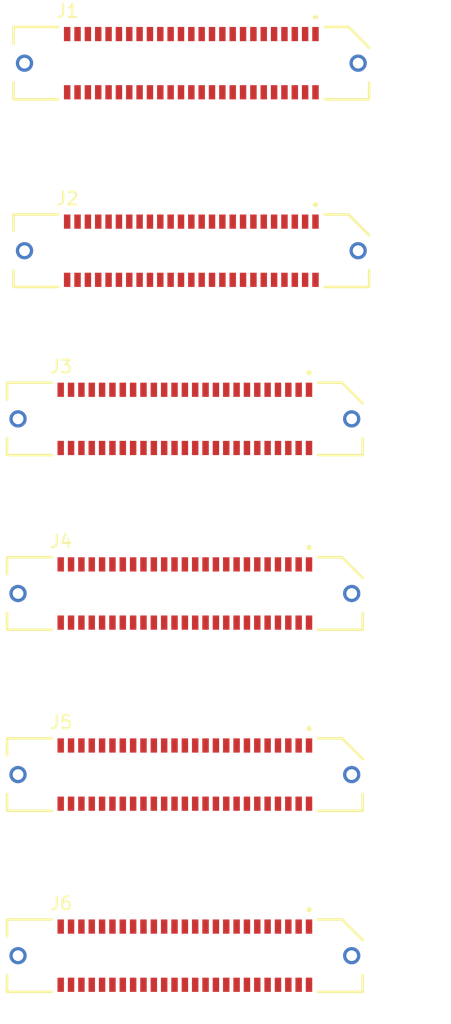
<source format=kicad_pcb>
(kicad_pcb (version 20241229) (generator "pcbnew") (generator_version "9.0")
  (layers (0 "F.Cu" signal) (2 "B.Cu" signal) (13 "F.Paste" user) (15 "B.Paste" user) (5 "F.SilkS" user "F.Silkscreen") (7 "B.SilkS" user "B.Silkscreen") (1 "F.Mask" user) (3 "B.Mask" user) (25 "Edge.Cuts" user))
  (net 0 "")
  (footprint "library:SAMTEC_ERF8-025-05.0-L-DV-L-K-TR" (layer "F.Cu") (at 150 133.5)
    (property "Reference" "J6" (at -9.575 -4.035 0) (layer "F.SilkS"))
    (property "Value" "ERF8-025-05.0-L-DV-L-K-TR")
    (fp_line (start -13.75 -2.8) (end -13.75 -1.5) (stroke (width 0.2)) (layer "F.SilkS"))
    (fp_line (start -13.75 -2.8) (end -10.3 -2.8) (stroke (width 0.2)) (layer "F.SilkS"))
    (fp_line (start -13.75 2.8) (end -13.75 1.5) (stroke (width 0.2)) (layer "F.SilkS"))
    (fp_line (start -13.75 2.8) (end -10.3 2.8) (stroke (width 0.2)) (layer "F.SilkS"))
    (fp_line (start 12.15 -2.8) (end 10.3 -2.8) (stroke (width 0.2)) (layer "F.SilkS"))
    (fp_line (start 13.75 -1.2) (end 12.15 -2.8) (stroke (width 0.2)) (layer "F.SilkS"))
    (fp_line (start 13.75 2.8) (end 10.3 2.8) (stroke (width 0.2)) (layer "F.SilkS"))
    (fp_line (start 13.75 2.8) (end 13.75 1.5) (stroke (width 0.2)) (layer "F.SilkS"))
    (fp_circle (center 9.6 -3.56) (end 9.7 -3.56) (stroke (width 0.2)) (fill no) (layer "F.SilkS"))
    (pad "" np_thru_hole circle (at -11.4 1.5) (size 1.45 1.45) (drill 1.45) (layers "*.Cu" "*.Mask"))
    (pad "" np_thru_hole circle (at 11.4 1.5) (size 1.45 1.45) (drill 1.45) (layers "*.Cu" "*.Mask"))
    (pad "01" smd rect (at 9.6 -2.25) (size 0.5 1.1) (layers "F.Cu" "F.Mask" "F.Paste"))
    (pad "02" smd rect (at 9.6 2.25) (size 0.5 1.1) (layers "F.Cu" "F.Mask" "F.Paste"))
    (pad "03" smd rect (at 8.8 -2.25) (size 0.5 1.1) (layers "F.Cu" "F.Mask" "F.Paste"))
    (pad "04" smd rect (at 8.8 2.25) (size 0.5 1.1) (layers "F.Cu" "F.Mask" "F.Paste"))
    (pad "05" smd rect (at 8 -2.25) (size 0.5 1.1) (layers "F.Cu" "F.Mask" "F.Paste"))
    (pad "06" smd rect (at 8 2.25) (size 0.5 1.1) (layers "F.Cu" "F.Mask" "F.Paste"))
    (pad "07" smd rect (at 7.2 -2.25) (size 0.5 1.1) (layers "F.Cu" "F.Mask" "F.Paste"))
    (pad "08" smd rect (at 7.2 2.25) (size 0.5 1.1) (layers "F.Cu" "F.Mask" "F.Paste"))
    (pad "09" smd rect (at 6.4 -2.25) (size 0.5 1.1) (layers "F.Cu" "F.Mask" "F.Paste"))
    (pad "10" smd rect (at 6.4 2.25) (size 0.5 1.1) (layers "F.Cu" "F.Mask" "F.Paste"))
    (pad "11" smd rect (at 5.6 -2.25) (size 0.5 1.1) (layers "F.Cu" "F.Mask" "F.Paste"))
    (pad "12" smd rect (at 5.6 2.25) (size 0.5 1.1) (layers "F.Cu" "F.Mask" "F.Paste"))
    (pad "13" smd rect (at 4.8 -2.25) (size 0.5 1.1) (layers "F.Cu" "F.Mask" "F.Paste"))
    (pad "14" smd rect (at 4.8 2.25) (size 0.5 1.1) (layers "F.Cu" "F.Mask" "F.Paste"))
    (pad "15" smd rect (at 4 -2.25) (size 0.5 1.1) (layers "F.Cu" "F.Mask" "F.Paste"))
    (pad "16" smd rect (at 4 2.25) (size 0.5 1.1) (layers "F.Cu" "F.Mask" "F.Paste"))
    (pad "17" smd rect (at 3.2 -2.25) (size 0.5 1.1) (layers "F.Cu" "F.Mask" "F.Paste"))
    (pad "18" smd rect (at 3.2 2.25) (size 0.5 1.1) (layers "F.Cu" "F.Mask" "F.Paste"))
    (pad "19" smd rect (at 2.4 -2.25) (size 0.5 1.1) (layers "F.Cu" "F.Mask" "F.Paste"))
    (pad "20" smd rect (at 2.4 2.25) (size 0.5 1.1) (layers "F.Cu" "F.Mask" "F.Paste"))
    (pad "21" smd rect (at 1.6 -2.25) (size 0.5 1.1) (layers "F.Cu" "F.Mask" "F.Paste"))
    (pad "22" smd rect (at 1.6 2.25) (size 0.5 1.1) (layers "F.Cu" "F.Mask" "F.Paste"))
    (pad "23" smd rect (at 0.8 -2.25) (size 0.5 1.1) (layers "F.Cu" "F.Mask" "F.Paste"))
    (pad "24" smd rect (at 0.8 2.25) (size 0.5 1.1) (layers "F.Cu" "F.Mask" "F.Paste"))
    (pad "25" smd rect (at 0 -2.25) (size 0.5 1.1) (layers "F.Cu" "F.Mask" "F.Paste"))
    (pad "26" smd rect (at 0 2.25) (size 0.5 1.1) (layers "F.Cu" "F.Mask" "F.Paste"))
    (pad "27" smd rect (at -0.8 -2.25) (size 0.5 1.1) (layers "F.Cu" "F.Mask" "F.Paste"))
    (pad "28" smd rect (at -0.8 2.25) (size 0.5 1.1) (layers "F.Cu" "F.Mask" "F.Paste"))
    (pad "29" smd rect (at -1.6 -2.25) (size 0.5 1.1) (layers "F.Cu" "F.Mask" "F.Paste"))
    (pad "30" smd rect (at -1.6 2.25) (size 0.5 1.1) (layers "F.Cu" "F.Mask" "F.Paste"))
    (pad "31" smd rect (at -2.4 -2.25) (size 0.5 1.1) (layers "F.Cu" "F.Mask" "F.Paste"))
    (pad "32" smd rect (at -2.4 2.25) (size 0.5 1.1) (layers "F.Cu" "F.Mask" "F.Paste"))
    (pad "33" smd rect (at -3.2 -2.25) (size 0.5 1.1) (layers "F.Cu" "F.Mask" "F.Paste"))
    (pad "34" smd rect (at -3.2 2.25) (size 0.5 1.1) (layers "F.Cu" "F.Mask" "F.Paste"))
    (pad "35" smd rect (at -4 -2.25) (size 0.5 1.1) (layers "F.Cu" "F.Mask" "F.Paste"))
    (pad "36" smd rect (at -4 2.25) (size 0.5 1.1) (layers "F.Cu" "F.Mask" "F.Paste"))
    (pad "37" smd rect (at -4.8 -2.25) (size 0.5 1.1) (layers "F.Cu" "F.Mask" "F.Paste"))
    (pad "38" smd rect (at -4.8 2.25) (size 0.5 1.1) (layers "F.Cu" "F.Mask" "F.Paste"))
    (pad "39" smd rect (at -5.6 -2.25) (size 0.5 1.1) (layers "F.Cu" "F.Mask" "F.Paste"))
    (pad "40" smd rect (at -5.6 2.25) (size 0.5 1.1) (layers "F.Cu" "F.Mask" "F.Paste"))
    (pad "41" smd rect (at -6.4 -2.25) (size 0.5 1.1) (layers "F.Cu" "F.Mask" "F.Paste"))
    (pad "42" smd rect (at -6.4 2.25) (size 0.5 1.1) (layers "F.Cu" "F.Mask" "F.Paste"))
    (pad "43" smd rect (at -7.2 -2.25) (size 0.5 1.1) (layers "F.Cu" "F.Mask" "F.Paste"))
    (pad "44" smd rect (at -7.2 2.25) (size 0.5 1.1) (layers "F.Cu" "F.Mask" "F.Paste"))
    (pad "45" smd rect (at -8 -2.25) (size 0.5 1.1) (layers "F.Cu" "F.Mask" "F.Paste"))
    (pad "46" smd rect (at -8 2.25) (size 0.5 1.1) (layers "F.Cu" "F.Mask" "F.Paste"))
    (pad "47" smd rect (at -8.8 -2.25) (size 0.5 1.1) (layers "F.Cu" "F.Mask" "F.Paste"))
    (pad "48" smd rect (at -8.8 2.25) (size 0.5 1.1) (layers "F.Cu" "F.Mask" "F.Paste"))
    (pad "49" smd rect (at -9.6 -2.25) (size 0.5 1.1) (layers "F.Cu" "F.Mask" "F.Paste"))
    (pad "50" smd rect (at -9.6 2.25) (size 0.5 1.1) (layers "F.Cu" "F.Mask" "F.Paste"))
    (pad "S1" thru_hole circle (at -12.9 0) (size 1.338 1.338) (drill 0.83) (layers "*.Cu" "*.Mask"))
    (pad "S2" thru_hole circle (at 12.9 0) (size 1.338 1.338) (drill 0.83) (layers "*.Cu" "*.Mask"))
  )
  (footprint "library:SAMTEC_ERF8-025-05.0-L-DV-L-K-TR" (layer "F.Cu") (at 150.5 79)
    (property "Reference" "J2" (at -9.575 -4.035 0) (layer "F.SilkS"))
    (property "Value" "ERF8-025-05.0-L-DV-L-K-TR")
    (fp_line (start -13.75 -2.8) (end -13.75 -1.5) (stroke (width 0.2)) (layer "F.SilkS"))
    (fp_line (start -13.75 -2.8) (end -10.3 -2.8) (stroke (width 0.2)) (layer "F.SilkS"))
    (fp_line (start -13.75 2.8) (end -13.75 1.5) (stroke (width 0.2)) (layer "F.SilkS"))
    (fp_line (start -13.75 2.8) (end -10.3 2.8) (stroke (width 0.2)) (layer "F.SilkS"))
    (fp_line (start 12.15 -2.8) (end 10.3 -2.8) (stroke (width 0.2)) (layer "F.SilkS"))
    (fp_line (start 13.75 -1.2) (end 12.15 -2.8) (stroke (width 0.2)) (layer "F.SilkS"))
    (fp_line (start 13.75 2.8) (end 10.3 2.8) (stroke (width 0.2)) (layer "F.SilkS"))
    (fp_line (start 13.75 2.8) (end 13.75 1.5) (stroke (width 0.2)) (layer "F.SilkS"))
    (fp_circle (center 9.6 -3.56) (end 9.7 -3.56) (stroke (width 0.2)) (fill no) (layer "F.SilkS"))
    (pad "" np_thru_hole circle (at -11.4 1.5) (size 1.45 1.45) (drill 1.45) (layers "*.Cu" "*.Mask"))
    (pad "" np_thru_hole circle (at 11.4 1.5) (size 1.45 1.45) (drill 1.45) (layers "*.Cu" "*.Mask"))
    (pad "01" smd rect (at 9.6 -2.25) (size 0.5 1.1) (layers "F.Cu" "F.Mask" "F.Paste"))
    (pad "02" smd rect (at 9.6 2.25) (size 0.5 1.1) (layers "F.Cu" "F.Mask" "F.Paste"))
    (pad "03" smd rect (at 8.8 -2.25) (size 0.5 1.1) (layers "F.Cu" "F.Mask" "F.Paste"))
    (pad "04" smd rect (at 8.8 2.25) (size 0.5 1.1) (layers "F.Cu" "F.Mask" "F.Paste"))
    (pad "05" smd rect (at 8 -2.25) (size 0.5 1.1) (layers "F.Cu" "F.Mask" "F.Paste"))
    (pad "06" smd rect (at 8 2.25) (size 0.5 1.1) (layers "F.Cu" "F.Mask" "F.Paste"))
    (pad "07" smd rect (at 7.2 -2.25) (size 0.5 1.1) (layers "F.Cu" "F.Mask" "F.Paste"))
    (pad "08" smd rect (at 7.2 2.25) (size 0.5 1.1) (layers "F.Cu" "F.Mask" "F.Paste"))
    (pad "09" smd rect (at 6.4 -2.25) (size 0.5 1.1) (layers "F.Cu" "F.Mask" "F.Paste"))
    (pad "10" smd rect (at 6.4 2.25) (size 0.5 1.1) (layers "F.Cu" "F.Mask" "F.Paste"))
    (pad "11" smd rect (at 5.6 -2.25) (size 0.5 1.1) (layers "F.Cu" "F.Mask" "F.Paste"))
    (pad "12" smd rect (at 5.6 2.25) (size 0.5 1.1) (layers "F.Cu" "F.Mask" "F.Paste"))
    (pad "13" smd rect (at 4.8 -2.25) (size 0.5 1.1) (layers "F.Cu" "F.Mask" "F.Paste"))
    (pad "14" smd rect (at 4.8 2.25) (size 0.5 1.1) (layers "F.Cu" "F.Mask" "F.Paste"))
    (pad "15" smd rect (at 4 -2.25) (size 0.5 1.1) (layers "F.Cu" "F.Mask" "F.Paste"))
    (pad "16" smd rect (at 4 2.25) (size 0.5 1.1) (layers "F.Cu" "F.Mask" "F.Paste"))
    (pad "17" smd rect (at 3.2 -2.25) (size 0.5 1.1) (layers "F.Cu" "F.Mask" "F.Paste"))
    (pad "18" smd rect (at 3.2 2.25) (size 0.5 1.1) (layers "F.Cu" "F.Mask" "F.Paste"))
    (pad "19" smd rect (at 2.4 -2.25) (size 0.5 1.1) (layers "F.Cu" "F.Mask" "F.Paste"))
    (pad "20" smd rect (at 2.4 2.25) (size 0.5 1.1) (layers "F.Cu" "F.Mask" "F.Paste"))
    (pad "21" smd rect (at 1.6 -2.25) (size 0.5 1.1) (layers "F.Cu" "F.Mask" "F.Paste"))
    (pad "22" smd rect (at 1.6 2.25) (size 0.5 1.1) (layers "F.Cu" "F.Mask" "F.Paste"))
    (pad "23" smd rect (at 0.8 -2.25) (size 0.5 1.1) (layers "F.Cu" "F.Mask" "F.Paste"))
    (pad "24" smd rect (at 0.8 2.25) (size 0.5 1.1) (layers "F.Cu" "F.Mask" "F.Paste"))
    (pad "25" smd rect (at 0 -2.25) (size 0.5 1.1) (layers "F.Cu" "F.Mask" "F.Paste"))
    (pad "26" smd rect (at 0 2.25) (size 0.5 1.1) (layers "F.Cu" "F.Mask" "F.Paste"))
    (pad "27" smd rect (at -0.8 -2.25) (size 0.5 1.1) (layers "F.Cu" "F.Mask" "F.Paste"))
    (pad "28" smd rect (at -0.8 2.25) (size 0.5 1.1) (layers "F.Cu" "F.Mask" "F.Paste"))
    (pad "29" smd rect (at -1.6 -2.25) (size 0.5 1.1) (layers "F.Cu" "F.Mask" "F.Paste"))
    (pad "30" smd rect (at -1.6 2.25) (size 0.5 1.1) (layers "F.Cu" "F.Mask" "F.Paste"))
    (pad "31" smd rect (at -2.4 -2.25) (size 0.5 1.1) (layers "F.Cu" "F.Mask" "F.Paste"))
    (pad "32" smd rect (at -2.4 2.25) (size 0.5 1.1) (layers "F.Cu" "F.Mask" "F.Paste"))
    (pad "33" smd rect (at -3.2 -2.25) (size 0.5 1.1) (layers "F.Cu" "F.Mask" "F.Paste"))
    (pad "34" smd rect (at -3.2 2.25) (size 0.5 1.1) (layers "F.Cu" "F.Mask" "F.Paste"))
    (pad "35" smd rect (at -4 -2.25) (size 0.5 1.1) (layers "F.Cu" "F.Mask" "F.Paste"))
    (pad "36" smd rect (at -4 2.25) (size 0.5 1.1) (layers "F.Cu" "F.Mask" "F.Paste"))
    (pad "37" smd rect (at -4.8 -2.25) (size 0.5 1.1) (layers "F.Cu" "F.Mask" "F.Paste"))
    (pad "38" smd rect (at -4.8 2.25) (size 0.5 1.1) (layers "F.Cu" "F.Mask" "F.Paste"))
    (pad "39" smd rect (at -5.6 -2.25) (size 0.5 1.1) (layers "F.Cu" "F.Mask" "F.Paste"))
    (pad "40" smd rect (at -5.6 2.25) (size 0.5 1.1) (layers "F.Cu" "F.Mask" "F.Paste"))
    (pad "41" smd rect (at -6.4 -2.25) (size 0.5 1.1) (layers "F.Cu" "F.Mask" "F.Paste"))
    (pad "42" smd rect (at -6.4 2.25) (size 0.5 1.1) (layers "F.Cu" "F.Mask" "F.Paste"))
    (pad "43" smd rect (at -7.2 -2.25) (size 0.5 1.1) (layers "F.Cu" "F.Mask" "F.Paste"))
    (pad "44" smd rect (at -7.2 2.25) (size 0.5 1.1) (layers "F.Cu" "F.Mask" "F.Paste"))
    (pad "45" smd rect (at -8 -2.25) (size 0.5 1.1) (layers "F.Cu" "F.Mask" "F.Paste"))
    (pad "46" smd rect (at -8 2.25) (size 0.5 1.1) (layers "F.Cu" "F.Mask" "F.Paste"))
    (pad "47" smd rect (at -8.8 -2.25) (size 0.5 1.1) (layers "F.Cu" "F.Mask" "F.Paste"))
    (pad "48" smd rect (at -8.8 2.25) (size 0.5 1.1) (layers "F.Cu" "F.Mask" "F.Paste"))
    (pad "49" smd rect (at -9.6 -2.25) (size 0.5 1.1) (layers "F.Cu" "F.Mask" "F.Paste"))
    (pad "50" smd rect (at -9.6 2.25) (size 0.5 1.1) (layers "F.Cu" "F.Mask" "F.Paste"))
    (pad "S1" thru_hole circle (at -12.9 0) (size 1.338 1.338) (drill 0.83) (layers "*.Cu" "*.Mask"))
    (pad "S2" thru_hole circle (at 12.9 0) (size 1.338 1.338) (drill 0.83) (layers "*.Cu" "*.Mask"))
  )
  (footprint "library:SAMTEC_ERF8-025-05.0-L-DV-L-K-TR" (layer "F.Cu") (at 150 105.5)
    (property "Reference" "J4" (at -9.575 -4.035 0) (layer "F.SilkS"))
    (property "Value" "ERF8-025-05.0-L-DV-L-K-TR")
    (fp_line (start -13.75 -2.8) (end -13.75 -1.5) (stroke (width 0.2)) (layer "F.SilkS"))
    (fp_line (start -13.75 -2.8) (end -10.3 -2.8) (stroke (width 0.2)) (layer "F.SilkS"))
    (fp_line (start -13.75 2.8) (end -13.75 1.5) (stroke (width 0.2)) (layer "F.SilkS"))
    (fp_line (start -13.75 2.8) (end -10.3 2.8) (stroke (width 0.2)) (layer "F.SilkS"))
    (fp_line (start 12.15 -2.8) (end 10.3 -2.8) (stroke (width 0.2)) (layer "F.SilkS"))
    (fp_line (start 13.75 -1.2) (end 12.15 -2.8) (stroke (width 0.2)) (layer "F.SilkS"))
    (fp_line (start 13.75 2.8) (end 10.3 2.8) (stroke (width 0.2)) (layer "F.SilkS"))
    (fp_line (start 13.75 2.8) (end 13.75 1.5) (stroke (width 0.2)) (layer "F.SilkS"))
    (fp_circle (center 9.6 -3.56) (end 9.7 -3.56) (stroke (width 0.2)) (fill no) (layer "F.SilkS"))
    (pad "" np_thru_hole circle (at -11.4 1.5) (size 1.45 1.45) (drill 1.45) (layers "*.Cu" "*.Mask"))
    (pad "" np_thru_hole circle (at 11.4 1.5) (size 1.45 1.45) (drill 1.45) (layers "*.Cu" "*.Mask"))
    (pad "01" smd rect (at 9.6 -2.25) (size 0.5 1.1) (layers "F.Cu" "F.Mask" "F.Paste"))
    (pad "02" smd rect (at 9.6 2.25) (size 0.5 1.1) (layers "F.Cu" "F.Mask" "F.Paste"))
    (pad "03" smd rect (at 8.8 -2.25) (size 0.5 1.1) (layers "F.Cu" "F.Mask" "F.Paste"))
    (pad "04" smd rect (at 8.8 2.25) (size 0.5 1.1) (layers "F.Cu" "F.Mask" "F.Paste"))
    (pad "05" smd rect (at 8 -2.25) (size 0.5 1.1) (layers "F.Cu" "F.Mask" "F.Paste"))
    (pad "06" smd rect (at 8 2.25) (size 0.5 1.1) (layers "F.Cu" "F.Mask" "F.Paste"))
    (pad "07" smd rect (at 7.2 -2.25) (size 0.5 1.1) (layers "F.Cu" "F.Mask" "F.Paste"))
    (pad "08" smd rect (at 7.2 2.25) (size 0.5 1.1) (layers "F.Cu" "F.Mask" "F.Paste"))
    (pad "09" smd rect (at 6.4 -2.25) (size 0.5 1.1) (layers "F.Cu" "F.Mask" "F.Paste"))
    (pad "10" smd rect (at 6.4 2.25) (size 0.5 1.1) (layers "F.Cu" "F.Mask" "F.Paste"))
    (pad "11" smd rect (at 5.6 -2.25) (size 0.5 1.1) (layers "F.Cu" "F.Mask" "F.Paste"))
    (pad "12" smd rect (at 5.6 2.25) (size 0.5 1.1) (layers "F.Cu" "F.Mask" "F.Paste"))
    (pad "13" smd rect (at 4.8 -2.25) (size 0.5 1.1) (layers "F.Cu" "F.Mask" "F.Paste"))
    (pad "14" smd rect (at 4.8 2.25) (size 0.5 1.1) (layers "F.Cu" "F.Mask" "F.Paste"))
    (pad "15" smd rect (at 4 -2.25) (size 0.5 1.1) (layers "F.Cu" "F.Mask" "F.Paste"))
    (pad "16" smd rect (at 4 2.25) (size 0.5 1.1) (layers "F.Cu" "F.Mask" "F.Paste"))
    (pad "17" smd rect (at 3.2 -2.25) (size 0.5 1.1) (layers "F.Cu" "F.Mask" "F.Paste"))
    (pad "18" smd rect (at 3.2 2.25) (size 0.5 1.1) (layers "F.Cu" "F.Mask" "F.Paste"))
    (pad "19" smd rect (at 2.4 -2.25) (size 0.5 1.1) (layers "F.Cu" "F.Mask" "F.Paste"))
    (pad "20" smd rect (at 2.4 2.25) (size 0.5 1.1) (layers "F.Cu" "F.Mask" "F.Paste"))
    (pad "21" smd rect (at 1.6 -2.25) (size 0.5 1.1) (layers "F.Cu" "F.Mask" "F.Paste"))
    (pad "22" smd rect (at 1.6 2.25) (size 0.5 1.1) (layers "F.Cu" "F.Mask" "F.Paste"))
    (pad "23" smd rect (at 0.8 -2.25) (size 0.5 1.1) (layers "F.Cu" "F.Mask" "F.Paste"))
    (pad "24" smd rect (at 0.8 2.25) (size 0.5 1.1) (layers "F.Cu" "F.Mask" "F.Paste"))
    (pad "25" smd rect (at 0 -2.25) (size 0.5 1.1) (layers "F.Cu" "F.Mask" "F.Paste"))
    (pad "26" smd rect (at 0 2.25) (size 0.5 1.1) (layers "F.Cu" "F.Mask" "F.Paste"))
    (pad "27" smd rect (at -0.8 -2.25) (size 0.5 1.1) (layers "F.Cu" "F.Mask" "F.Paste"))
    (pad "28" smd rect (at -0.8 2.25) (size 0.5 1.1) (layers "F.Cu" "F.Mask" "F.Paste"))
    (pad "29" smd rect (at -1.6 -2.25) (size 0.5 1.1) (layers "F.Cu" "F.Mask" "F.Paste"))
    (pad "30" smd rect (at -1.6 2.25) (size 0.5 1.1) (layers "F.Cu" "F.Mask" "F.Paste"))
    (pad "31" smd rect (at -2.4 -2.25) (size 0.5 1.1) (layers "F.Cu" "F.Mask" "F.Paste"))
    (pad "32" smd rect (at -2.4 2.25) (size 0.5 1.1) (layers "F.Cu" "F.Mask" "F.Paste"))
    (pad "33" smd rect (at -3.2 -2.25) (size 0.5 1.1) (layers "F.Cu" "F.Mask" "F.Paste"))
    (pad "34" smd rect (at -3.2 2.25) (size 0.5 1.1) (layers "F.Cu" "F.Mask" "F.Paste"))
    (pad "35" smd rect (at -4 -2.25) (size 0.5 1.1) (layers "F.Cu" "F.Mask" "F.Paste"))
    (pad "36" smd rect (at -4 2.25) (size 0.5 1.1) (layers "F.Cu" "F.Mask" "F.Paste"))
    (pad "37" smd rect (at -4.8 -2.25) (size 0.5 1.1) (layers "F.Cu" "F.Mask" "F.Paste"))
    (pad "38" smd rect (at -4.8 2.25) (size 0.5 1.1) (layers "F.Cu" "F.Mask" "F.Paste"))
    (pad "39" smd rect (at -5.6 -2.25) (size 0.5 1.1) (layers "F.Cu" "F.Mask" "F.Paste"))
    (pad "40" smd rect (at -5.6 2.25) (size 0.5 1.1) (layers "F.Cu" "F.Mask" "F.Paste"))
    (pad "41" smd rect (at -6.4 -2.25) (size 0.5 1.1) (layers "F.Cu" "F.Mask" "F.Paste"))
    (pad "42" smd rect (at -6.4 2.25) (size 0.5 1.1) (layers "F.Cu" "F.Mask" "F.Paste"))
    (pad "43" smd rect (at -7.2 -2.25) (size 0.5 1.1) (layers "F.Cu" "F.Mask" "F.Paste"))
    (pad "44" smd rect (at -7.2 2.25) (size 0.5 1.1) (layers "F.Cu" "F.Mask" "F.Paste"))
    (pad "45" smd rect (at -8 -2.25) (size 0.5 1.1) (layers "F.Cu" "F.Mask" "F.Paste"))
    (pad "46" smd rect (at -8 2.25) (size 0.5 1.1) (layers "F.Cu" "F.Mask" "F.Paste"))
    (pad "47" smd rect (at -8.8 -2.25) (size 0.5 1.1) (layers "F.Cu" "F.Mask" "F.Paste"))
    (pad "48" smd rect (at -8.8 2.25) (size 0.5 1.1) (layers "F.Cu" "F.Mask" "F.Paste"))
    (pad "49" smd rect (at -9.6 -2.25) (size 0.5 1.1) (layers "F.Cu" "F.Mask" "F.Paste"))
    (pad "50" smd rect (at -9.6 2.25) (size 0.5 1.1) (layers "F.Cu" "F.Mask" "F.Paste"))
    (pad "S1" thru_hole circle (at -12.9 0) (size 1.338 1.338) (drill 0.83) (layers "*.Cu" "*.Mask"))
    (pad "S2" thru_hole circle (at 12.9 0) (size 1.338 1.338) (drill 0.83) (layers "*.Cu" "*.Mask"))
  )
  (footprint "library:SAMTEC_ERF8-025-05.0-L-DV-L-K-TR" (layer "F.Cu") (at 150.5 64.5)
    (property "Reference" "J1" (at -9.575 -4.035 0) (layer "F.SilkS"))
    (property "Value" "ERF8-025-05.0-L-DV-L-K-TR")
    (fp_line (start -13.75 -2.8) (end -13.75 -1.5) (stroke (width 0.2)) (layer "F.SilkS"))
    (fp_line (start -13.75 -2.8) (end -10.3 -2.8) (stroke (width 0.2)) (layer "F.SilkS"))
    (fp_line (start -13.75 2.8) (end -13.75 1.5) (stroke (width 0.2)) (layer "F.SilkS"))
    (fp_line (start -13.75 2.8) (end -10.3 2.8) (stroke (width 0.2)) (layer "F.SilkS"))
    (fp_line (start 12.15 -2.8) (end 10.3 -2.8) (stroke (width 0.2)) (layer "F.SilkS"))
    (fp_line (start 13.75 -1.2) (end 12.15 -2.8) (stroke (width 0.2)) (layer "F.SilkS"))
    (fp_line (start 13.75 2.8) (end 10.3 2.8) (stroke (width 0.2)) (layer "F.SilkS"))
    (fp_line (start 13.75 2.8) (end 13.75 1.5) (stroke (width 0.2)) (layer "F.SilkS"))
    (fp_circle (center 9.6 -3.56) (end 9.7 -3.56) (stroke (width 0.2)) (fill no) (layer "F.SilkS"))
    (pad "" np_thru_hole circle (at -11.4 1.5) (size 1.45 1.45) (drill 1.45) (layers "*.Cu" "*.Mask"))
    (pad "" np_thru_hole circle (at 11.4 1.5) (size 1.45 1.45) (drill 1.45) (layers "*.Cu" "*.Mask"))
    (pad "01" smd rect (at 9.6 -2.25) (size 0.5 1.1) (layers "F.Cu" "F.Mask" "F.Paste"))
    (pad "02" smd rect (at 9.6 2.25) (size 0.5 1.1) (layers "F.Cu" "F.Mask" "F.Paste"))
    (pad "03" smd rect (at 8.8 -2.25) (size 0.5 1.1) (layers "F.Cu" "F.Mask" "F.Paste"))
    (pad "04" smd rect (at 8.8 2.25) (size 0.5 1.1) (layers "F.Cu" "F.Mask" "F.Paste"))
    (pad "05" smd rect (at 8 -2.25) (size 0.5 1.1) (layers "F.Cu" "F.Mask" "F.Paste"))
    (pad "06" smd rect (at 8 2.25) (size 0.5 1.1) (layers "F.Cu" "F.Mask" "F.Paste"))
    (pad "07" smd rect (at 7.2 -2.25) (size 0.5 1.1) (layers "F.Cu" "F.Mask" "F.Paste"))
    (pad "08" smd rect (at 7.2 2.25) (size 0.5 1.1) (layers "F.Cu" "F.Mask" "F.Paste"))
    (pad "09" smd rect (at 6.4 -2.25) (size 0.5 1.1) (layers "F.Cu" "F.Mask" "F.Paste"))
    (pad "10" smd rect (at 6.4 2.25) (size 0.5 1.1) (layers "F.Cu" "F.Mask" "F.Paste"))
    (pad "11" smd rect (at 5.6 -2.25) (size 0.5 1.1) (layers "F.Cu" "F.Mask" "F.Paste"))
    (pad "12" smd rect (at 5.6 2.25) (size 0.5 1.1) (layers "F.Cu" "F.Mask" "F.Paste"))
    (pad "13" smd rect (at 4.8 -2.25) (size 0.5 1.1) (layers "F.Cu" "F.Mask" "F.Paste"))
    (pad "14" smd rect (at 4.8 2.25) (size 0.5 1.1) (layers "F.Cu" "F.Mask" "F.Paste"))
    (pad "15" smd rect (at 4 -2.25) (size 0.5 1.1) (layers "F.Cu" "F.Mask" "F.Paste"))
    (pad "16" smd rect (at 4 2.25) (size 0.5 1.1) (layers "F.Cu" "F.Mask" "F.Paste"))
    (pad "17" smd rect (at 3.2 -2.25) (size 0.5 1.1) (layers "F.Cu" "F.Mask" "F.Paste"))
    (pad "18" smd rect (at 3.2 2.25) (size 0.5 1.1) (layers "F.Cu" "F.Mask" "F.Paste"))
    (pad "19" smd rect (at 2.4 -2.25) (size 0.5 1.1) (layers "F.Cu" "F.Mask" "F.Paste"))
    (pad "20" smd rect (at 2.4 2.25) (size 0.5 1.1) (layers "F.Cu" "F.Mask" "F.Paste"))
    (pad "21" smd rect (at 1.6 -2.25) (size 0.5 1.1) (layers "F.Cu" "F.Mask" "F.Paste"))
    (pad "22" smd rect (at 1.6 2.25) (size 0.5 1.1) (layers "F.Cu" "F.Mask" "F.Paste"))
    (pad "23" smd rect (at 0.8 -2.25) (size 0.5 1.1) (layers "F.Cu" "F.Mask" "F.Paste"))
    (pad "24" smd rect (at 0.8 2.25) (size 0.5 1.1) (layers "F.Cu" "F.Mask" "F.Paste"))
    (pad "25" smd rect (at 0 -2.25) (size 0.5 1.1) (layers "F.Cu" "F.Mask" "F.Paste"))
    (pad "26" smd rect (at 0 2.25) (size 0.5 1.1) (layers "F.Cu" "F.Mask" "F.Paste"))
    (pad "27" smd rect (at -0.8 -2.25) (size 0.5 1.1) (layers "F.Cu" "F.Mask" "F.Paste"))
    (pad "28" smd rect (at -0.8 2.25) (size 0.5 1.1) (layers "F.Cu" "F.Mask" "F.Paste"))
    (pad "29" smd rect (at -1.6 -2.25) (size 0.5 1.1) (layers "F.Cu" "F.Mask" "F.Paste"))
    (pad "30" smd rect (at -1.6 2.25) (size 0.5 1.1) (layers "F.Cu" "F.Mask" "F.Paste"))
    (pad "31" smd rect (at -2.4 -2.25) (size 0.5 1.1) (layers "F.Cu" "F.Mask" "F.Paste"))
    (pad "32" smd rect (at -2.4 2.25) (size 0.5 1.1) (layers "F.Cu" "F.Mask" "F.Paste"))
    (pad "33" smd rect (at -3.2 -2.25) (size 0.5 1.1) (layers "F.Cu" "F.Mask" "F.Paste"))
    (pad "34" smd rect (at -3.2 2.25) (size 0.5 1.1) (layers "F.Cu" "F.Mask" "F.Paste"))
    (pad "35" smd rect (at -4 -2.25) (size 0.5 1.1) (layers "F.Cu" "F.Mask" "F.Paste"))
    (pad "36" smd rect (at -4 2.25) (size 0.5 1.1) (layers "F.Cu" "F.Mask" "F.Paste"))
    (pad "37" smd rect (at -4.8 -2.25) (size 0.5 1.1) (layers "F.Cu" "F.Mask" "F.Paste"))
    (pad "38" smd rect (at -4.8 2.25) (size 0.5 1.1) (layers "F.Cu" "F.Mask" "F.Paste"))
    (pad "39" smd rect (at -5.6 -2.25) (size 0.5 1.1) (layers "F.Cu" "F.Mask" "F.Paste"))
    (pad "40" smd rect (at -5.6 2.25) (size 0.5 1.1) (layers "F.Cu" "F.Mask" "F.Paste"))
    (pad "41" smd rect (at -6.4 -2.25) (size 0.5 1.1) (layers "F.Cu" "F.Mask" "F.Paste"))
    (pad "42" smd rect (at -6.4 2.25) (size 0.5 1.1) (layers "F.Cu" "F.Mask" "F.Paste"))
    (pad "43" smd rect (at -7.2 -2.25) (size 0.5 1.1) (layers "F.Cu" "F.Mask" "F.Paste"))
    (pad "44" smd rect (at -7.2 2.25) (size 0.5 1.1) (layers "F.Cu" "F.Mask" "F.Paste"))
    (pad "45" smd rect (at -8 -2.25) (size 0.5 1.1) (layers "F.Cu" "F.Mask" "F.Paste"))
    (pad "46" smd rect (at -8 2.25) (size 0.5 1.1) (layers "F.Cu" "F.Mask" "F.Paste"))
    (pad "47" smd rect (at -8.8 -2.25) (size 0.5 1.1) (layers "F.Cu" "F.Mask" "F.Paste"))
    (pad "48" smd rect (at -8.8 2.25) (size 0.5 1.1) (layers "F.Cu" "F.Mask" "F.Paste"))
    (pad "49" smd rect (at -9.6 -2.25) (size 0.5 1.1) (layers "F.Cu" "F.Mask" "F.Paste"))
    (pad "50" smd rect (at -9.6 2.25) (size 0.5 1.1) (layers "F.Cu" "F.Mask" "F.Paste"))
    (pad "S1" thru_hole circle (at -12.9 0) (size 1.338 1.338) (drill 0.83) (layers "*.Cu" "*.Mask"))
    (pad "S2" thru_hole circle (at 12.9 0) (size 1.338 1.338) (drill 0.83) (layers "*.Cu" "*.Mask"))
  )
  (footprint "library:SAMTEC_ERF8-025-05.0-L-DV-L-K-TR" (layer "F.Cu") (at 150 119.5)
    (property "Reference" "J5" (at -9.575 -4.035 0) (layer "F.SilkS"))
    (property "Value" "ERF8-025-05.0-L-DV-L-K-TR")
    (fp_line (start -13.75 -2.8) (end -13.75 -1.5) (stroke (width 0.2)) (layer "F.SilkS"))
    (fp_line (start -13.75 -2.8) (end -10.3 -2.8) (stroke (width 0.2)) (layer "F.SilkS"))
    (fp_line (start -13.75 2.8) (end -13.75 1.5) (stroke (width 0.2)) (layer "F.SilkS"))
    (fp_line (start -13.75 2.8) (end -10.3 2.8) (stroke (width 0.2)) (layer "F.SilkS"))
    (fp_line (start 12.15 -2.8) (end 10.3 -2.8) (stroke (width 0.2)) (layer "F.SilkS"))
    (fp_line (start 13.75 -1.2) (end 12.15 -2.8) (stroke (width 0.2)) (layer "F.SilkS"))
    (fp_line (start 13.75 2.8) (end 10.3 2.8) (stroke (width 0.2)) (layer "F.SilkS"))
    (fp_line (start 13.75 2.8) (end 13.75 1.5) (stroke (width 0.2)) (layer "F.SilkS"))
    (fp_circle (center 9.6 -3.56) (end 9.7 -3.56) (stroke (width 0.2)) (fill no) (layer "F.SilkS"))
    (pad "" np_thru_hole circle (at -11.4 1.5) (size 1.45 1.45) (drill 1.45) (layers "*.Cu" "*.Mask"))
    (pad "" np_thru_hole circle (at 11.4 1.5) (size 1.45 1.45) (drill 1.45) (layers "*.Cu" "*.Mask"))
    (pad "01" smd rect (at 9.6 -2.25) (size 0.5 1.1) (layers "F.Cu" "F.Mask" "F.Paste"))
    (pad "02" smd rect (at 9.6 2.25) (size 0.5 1.1) (layers "F.Cu" "F.Mask" "F.Paste"))
    (pad "03" smd rect (at 8.8 -2.25) (size 0.5 1.1) (layers "F.Cu" "F.Mask" "F.Paste"))
    (pad "04" smd rect (at 8.8 2.25) (size 0.5 1.1) (layers "F.Cu" "F.Mask" "F.Paste"))
    (pad "05" smd rect (at 8 -2.25) (size 0.5 1.1) (layers "F.Cu" "F.Mask" "F.Paste"))
    (pad "06" smd rect (at 8 2.25) (size 0.5 1.1) (layers "F.Cu" "F.Mask" "F.Paste"))
    (pad "07" smd rect (at 7.2 -2.25) (size 0.5 1.1) (layers "F.Cu" "F.Mask" "F.Paste"))
    (pad "08" smd rect (at 7.2 2.25) (size 0.5 1.1) (layers "F.Cu" "F.Mask" "F.Paste"))
    (pad "09" smd rect (at 6.4 -2.25) (size 0.5 1.1) (layers "F.Cu" "F.Mask" "F.Paste"))
    (pad "10" smd rect (at 6.4 2.25) (size 0.5 1.1) (layers "F.Cu" "F.Mask" "F.Paste"))
    (pad "11" smd rect (at 5.6 -2.25) (size 0.5 1.1) (layers "F.Cu" "F.Mask" "F.Paste"))
    (pad "12" smd rect (at 5.6 2.25) (size 0.5 1.1) (layers "F.Cu" "F.Mask" "F.Paste"))
    (pad "13" smd rect (at 4.8 -2.25) (size 0.5 1.1) (layers "F.Cu" "F.Mask" "F.Paste"))
    (pad "14" smd rect (at 4.8 2.25) (size 0.5 1.1) (layers "F.Cu" "F.Mask" "F.Paste"))
    (pad "15" smd rect (at 4 -2.25) (size 0.5 1.1) (layers "F.Cu" "F.Mask" "F.Paste"))
    (pad "16" smd rect (at 4 2.25) (size 0.5 1.1) (layers "F.Cu" "F.Mask" "F.Paste"))
    (pad "17" smd rect (at 3.2 -2.25) (size 0.5 1.1) (layers "F.Cu" "F.Mask" "F.Paste"))
    (pad "18" smd rect (at 3.2 2.25) (size 0.5 1.1) (layers "F.Cu" "F.Mask" "F.Paste"))
    (pad "19" smd rect (at 2.4 -2.25) (size 0.5 1.1) (layers "F.Cu" "F.Mask" "F.Paste"))
    (pad "20" smd rect (at 2.4 2.25) (size 0.5 1.1) (layers "F.Cu" "F.Mask" "F.Paste"))
    (pad "21" smd rect (at 1.6 -2.25) (size 0.5 1.1) (layers "F.Cu" "F.Mask" "F.Paste"))
    (pad "22" smd rect (at 1.6 2.25) (size 0.5 1.1) (layers "F.Cu" "F.Mask" "F.Paste"))
    (pad "23" smd rect (at 0.8 -2.25) (size 0.5 1.1) (layers "F.Cu" "F.Mask" "F.Paste"))
    (pad "24" smd rect (at 0.8 2.25) (size 0.5 1.1) (layers "F.Cu" "F.Mask" "F.Paste"))
    (pad "25" smd rect (at 0 -2.25) (size 0.5 1.1) (layers "F.Cu" "F.Mask" "F.Paste"))
    (pad "26" smd rect (at 0 2.25) (size 0.5 1.1) (layers "F.Cu" "F.Mask" "F.Paste"))
    (pad "27" smd rect (at -0.8 -2.25) (size 0.5 1.1) (layers "F.Cu" "F.Mask" "F.Paste"))
    (pad "28" smd rect (at -0.8 2.25) (size 0.5 1.1) (layers "F.Cu" "F.Mask" "F.Paste"))
    (pad "29" smd rect (at -1.6 -2.25) (size 0.5 1.1) (layers "F.Cu" "F.Mask" "F.Paste"))
    (pad "30" smd rect (at -1.6 2.25) (size 0.5 1.1) (layers "F.Cu" "F.Mask" "F.Paste"))
    (pad "31" smd rect (at -2.4 -2.25) (size 0.5 1.1) (layers "F.Cu" "F.Mask" "F.Paste"))
    (pad "32" smd rect (at -2.4 2.25) (size 0.5 1.1) (layers "F.Cu" "F.Mask" "F.Paste"))
    (pad "33" smd rect (at -3.2 -2.25) (size 0.5 1.1) (layers "F.Cu" "F.Mask" "F.Paste"))
    (pad "34" smd rect (at -3.2 2.25) (size 0.5 1.1) (layers "F.Cu" "F.Mask" "F.Paste"))
    (pad "35" smd rect (at -4 -2.25) (size 0.5 1.1) (layers "F.Cu" "F.Mask" "F.Paste"))
    (pad "36" smd rect (at -4 2.25) (size 0.5 1.1) (layers "F.Cu" "F.Mask" "F.Paste"))
    (pad "37" smd rect (at -4.8 -2.25) (size 0.5 1.1) (layers "F.Cu" "F.Mask" "F.Paste"))
    (pad "38" smd rect (at -4.8 2.25) (size 0.5 1.1) (layers "F.Cu" "F.Mask" "F.Paste"))
    (pad "39" smd rect (at -5.6 -2.25) (size 0.5 1.1) (layers "F.Cu" "F.Mask" "F.Paste"))
    (pad "40" smd rect (at -5.6 2.25) (size 0.5 1.1) (layers "F.Cu" "F.Mask" "F.Paste"))
    (pad "41" smd rect (at -6.4 -2.25) (size 0.5 1.1) (layers "F.Cu" "F.Mask" "F.Paste"))
    (pad "42" smd rect (at -6.4 2.25) (size 0.5 1.1) (layers "F.Cu" "F.Mask" "F.Paste"))
    (pad "43" smd rect (at -7.2 -2.25) (size 0.5 1.1) (layers "F.Cu" "F.Mask" "F.Paste"))
    (pad "44" smd rect (at -7.2 2.25) (size 0.5 1.1) (layers "F.Cu" "F.Mask" "F.Paste"))
    (pad "45" smd rect (at -8 -2.25) (size 0.5 1.1) (layers "F.Cu" "F.Mask" "F.Paste"))
    (pad "46" smd rect (at -8 2.25) (size 0.5 1.1) (layers "F.Cu" "F.Mask" "F.Paste"))
    (pad "47" smd rect (at -8.8 -2.25) (size 0.5 1.1) (layers "F.Cu" "F.Mask" "F.Paste"))
    (pad "48" smd rect (at -8.8 2.25) (size 0.5 1.1) (layers "F.Cu" "F.Mask" "F.Paste"))
    (pad "49" smd rect (at -9.6 -2.25) (size 0.5 1.1) (layers "F.Cu" "F.Mask" "F.Paste"))
    (pad "50" smd rect (at -9.6 2.25) (size 0.5 1.1) (layers "F.Cu" "F.Mask" "F.Paste"))
    (pad "S1" thru_hole circle (at -12.9 0) (size 1.338 1.338) (drill 0.83) (layers "*.Cu" "*.Mask"))
    (pad "S2" thru_hole circle (at 12.9 0) (size 1.338 1.338) (drill 0.83) (layers "*.Cu" "*.Mask"))
  )
  (footprint "library:SAMTEC_ERF8-025-05.0-L-DV-L-K-TR" (layer "F.Cu") (at 150 92)
    (property "Reference" "J3" (at -9.575 -4.035 0) (layer "F.SilkS"))
    (property "Value" "ERF8-025-05.0-L-DV-L-K-TR")
    (fp_line (start -13.75 -2.8) (end -13.75 -1.5) (stroke (width 0.2)) (layer "F.SilkS"))
    (fp_line (start -13.75 -2.8) (end -10.3 -2.8) (stroke (width 0.2)) (layer "F.SilkS"))
    (fp_line (start -13.75 2.8) (end -13.75 1.5) (stroke (width 0.2)) (layer "F.SilkS"))
    (fp_line (start -13.75 2.8) (end -10.3 2.8) (stroke (width 0.2)) (layer "F.SilkS"))
    (fp_line (start 12.15 -2.8) (end 10.3 -2.8) (stroke (width 0.2)) (layer "F.SilkS"))
    (fp_line (start 13.75 -1.2) (end 12.15 -2.8) (stroke (width 0.2)) (layer "F.SilkS"))
    (fp_line (start 13.75 2.8) (end 10.3 2.8) (stroke (width 0.2)) (layer "F.SilkS"))
    (fp_line (start 13.75 2.8) (end 13.75 1.5) (stroke (width 0.2)) (layer "F.SilkS"))
    (fp_circle (center 9.6 -3.56) (end 9.7 -3.56) (stroke (width 0.2)) (fill no) (layer "F.SilkS"))
    (pad "" np_thru_hole circle (at -11.4 1.5) (size 1.45 1.45) (drill 1.45) (layers "*.Cu" "*.Mask"))
    (pad "" np_thru_hole circle (at 11.4 1.5) (size 1.45 1.45) (drill 1.45) (layers "*.Cu" "*.Mask"))
    (pad "01" smd rect (at 9.6 -2.25) (size 0.5 1.1) (layers "F.Cu" "F.Mask" "F.Paste"))
    (pad "02" smd rect (at 9.6 2.25) (size 0.5 1.1) (layers "F.Cu" "F.Mask" "F.Paste"))
    (pad "03" smd rect (at 8.8 -2.25) (size 0.5 1.1) (layers "F.Cu" "F.Mask" "F.Paste"))
    (pad "04" smd rect (at 8.8 2.25) (size 0.5 1.1) (layers "F.Cu" "F.Mask" "F.Paste"))
    (pad "05" smd rect (at 8 -2.25) (size 0.5 1.1) (layers "F.Cu" "F.Mask" "F.Paste"))
    (pad "06" smd rect (at 8 2.25) (size 0.5 1.1) (layers "F.Cu" "F.Mask" "F.Paste"))
    (pad "07" smd rect (at 7.2 -2.25) (size 0.5 1.1) (layers "F.Cu" "F.Mask" "F.Paste"))
    (pad "08" smd rect (at 7.2 2.25) (size 0.5 1.1) (layers "F.Cu" "F.Mask" "F.Paste"))
    (pad "09" smd rect (at 6.4 -2.25) (size 0.5 1.1) (layers "F.Cu" "F.Mask" "F.Paste"))
    (pad "10" smd rect (at 6.4 2.25) (size 0.5 1.1) (layers "F.Cu" "F.Mask" "F.Paste"))
    (pad "11" smd rect (at 5.6 -2.25) (size 0.5 1.1) (layers "F.Cu" "F.Mask" "F.Paste"))
    (pad "12" smd rect (at 5.6 2.25) (size 0.5 1.1) (layers "F.Cu" "F.Mask" "F.Paste"))
    (pad "13" smd rect (at 4.8 -2.25) (size 0.5 1.1) (layers "F.Cu" "F.Mask" "F.Paste"))
    (pad "14" smd rect (at 4.8 2.25) (size 0.5 1.1) (layers "F.Cu" "F.Mask" "F.Paste"))
    (pad "15" smd rect (at 4 -2.25) (size 0.5 1.1) (layers "F.Cu" "F.Mask" "F.Paste"))
    (pad "16" smd rect (at 4 2.25) (size 0.5 1.1) (layers "F.Cu" "F.Mask" "F.Paste"))
    (pad "17" smd rect (at 3.2 -2.25) (size 0.5 1.1) (layers "F.Cu" "F.Mask" "F.Paste"))
    (pad "18" smd rect (at 3.2 2.25) (size 0.5 1.1) (layers "F.Cu" "F.Mask" "F.Paste"))
    (pad "19" smd rect (at 2.4 -2.25) (size 0.5 1.1) (layers "F.Cu" "F.Mask" "F.Paste"))
    (pad "20" smd rect (at 2.4 2.25) (size 0.5 1.1) (layers "F.Cu" "F.Mask" "F.Paste"))
    (pad "21" smd rect (at 1.6 -2.25) (size 0.5 1.1) (layers "F.Cu" "F.Mask" "F.Paste"))
    (pad "22" smd rect (at 1.6 2.25) (size 0.5 1.1) (layers "F.Cu" "F.Mask" "F.Paste"))
    (pad "23" smd rect (at 0.8 -2.25) (size 0.5 1.1) (layers "F.Cu" "F.Mask" "F.Paste"))
    (pad "24" smd rect (at 0.8 2.25) (size 0.5 1.1) (layers "F.Cu" "F.Mask" "F.Paste"))
    (pad "25" smd rect (at 0 -2.25) (size 0.5 1.1) (layers "F.Cu" "F.Mask" "F.Paste"))
    (pad "26" smd rect (at 0 2.25) (size 0.5 1.1) (layers "F.Cu" "F.Mask" "F.Paste"))
    (pad "27" smd rect (at -0.8 -2.25) (size 0.5 1.1) (layers "F.Cu" "F.Mask" "F.Paste"))
    (pad "28" smd rect (at -0.8 2.25) (size 0.5 1.1) (layers "F.Cu" "F.Mask" "F.Paste"))
    (pad "29" smd rect (at -1.6 -2.25) (size 0.5 1.1) (layers "F.Cu" "F.Mask" "F.Paste"))
    (pad "30" smd rect (at -1.6 2.25) (size 0.5 1.1) (layers "F.Cu" "F.Mask" "F.Paste"))
    (pad "31" smd rect (at -2.4 -2.25) (size 0.5 1.1) (layers "F.Cu" "F.Mask" "F.Paste"))
    (pad "32" smd rect (at -2.4 2.25) (size 0.5 1.1) (layers "F.Cu" "F.Mask" "F.Paste"))
    (pad "33" smd rect (at -3.2 -2.25) (size 0.5 1.1) (layers "F.Cu" "F.Mask" "F.Paste"))
    (pad "34" smd rect (at -3.2 2.25) (size 0.5 1.1) (layers "F.Cu" "F.Mask" "F.Paste"))
    (pad "35" smd rect (at -4 -2.25) (size 0.5 1.1) (layers "F.Cu" "F.Mask" "F.Paste"))
    (pad "36" smd rect (at -4 2.25) (size 0.5 1.1) (layers "F.Cu" "F.Mask" "F.Paste"))
    (pad "37" smd rect (at -4.8 -2.25) (size 0.5 1.1) (layers "F.Cu" "F.Mask" "F.Paste"))
    (pad "38" smd rect (at -4.8 2.25) (size 0.5 1.1) (layers "F.Cu" "F.Mask" "F.Paste"))
    (pad "39" smd rect (at -5.6 -2.25) (size 0.5 1.1) (layers "F.Cu" "F.Mask" "F.Paste"))
    (pad "40" smd rect (at -5.6 2.25) (size 0.5 1.1) (layers "F.Cu" "F.Mask" "F.Paste"))
    (pad "41" smd rect (at -6.4 -2.25) (size 0.5 1.1) (layers "F.Cu" "F.Mask" "F.Paste"))
    (pad "42" smd rect (at -6.4 2.25) (size 0.5 1.1) (layers "F.Cu" "F.Mask" "F.Paste"))
    (pad "43" smd rect (at -7.2 -2.25) (size 0.5 1.1) (layers "F.Cu" "F.Mask" "F.Paste"))
    (pad "44" smd rect (at -7.2 2.25) (size 0.5 1.1) (layers "F.Cu" "F.Mask" "F.Paste"))
    (pad "45" smd rect (at -8 -2.25) (size 0.5 1.1) (layers "F.Cu" "F.Mask" "F.Paste"))
    (pad "46" smd rect (at -8 2.25) (size 0.5 1.1) (layers "F.Cu" "F.Mask" "F.Paste"))
    (pad "47" smd rect (at -8.8 -2.25) (size 0.5 1.1) (layers "F.Cu" "F.Mask" "F.Paste"))
    (pad "48" smd rect (at -8.8 2.25) (size 0.5 1.1) (layers "F.Cu" "F.Mask" "F.Paste"))
    (pad "49" smd rect (at -9.6 -2.25) (size 0.5 1.1) (layers "F.Cu" "F.Mask" "F.Paste"))
    (pad "50" smd rect (at -9.6 2.25) (size 0.5 1.1) (layers "F.Cu" "F.Mask" "F.Paste"))
    (pad "S1" thru_hole circle (at -12.9 0) (size 1.338 1.338) (drill 0.83) (layers "*.Cu" "*.Mask"))
    (pad "S2" thru_hole circle (at 12.9 0) (size 1.338 1.338) (drill 0.83) (layers "*.Cu" "*.Mask"))
  )
)
</source>
